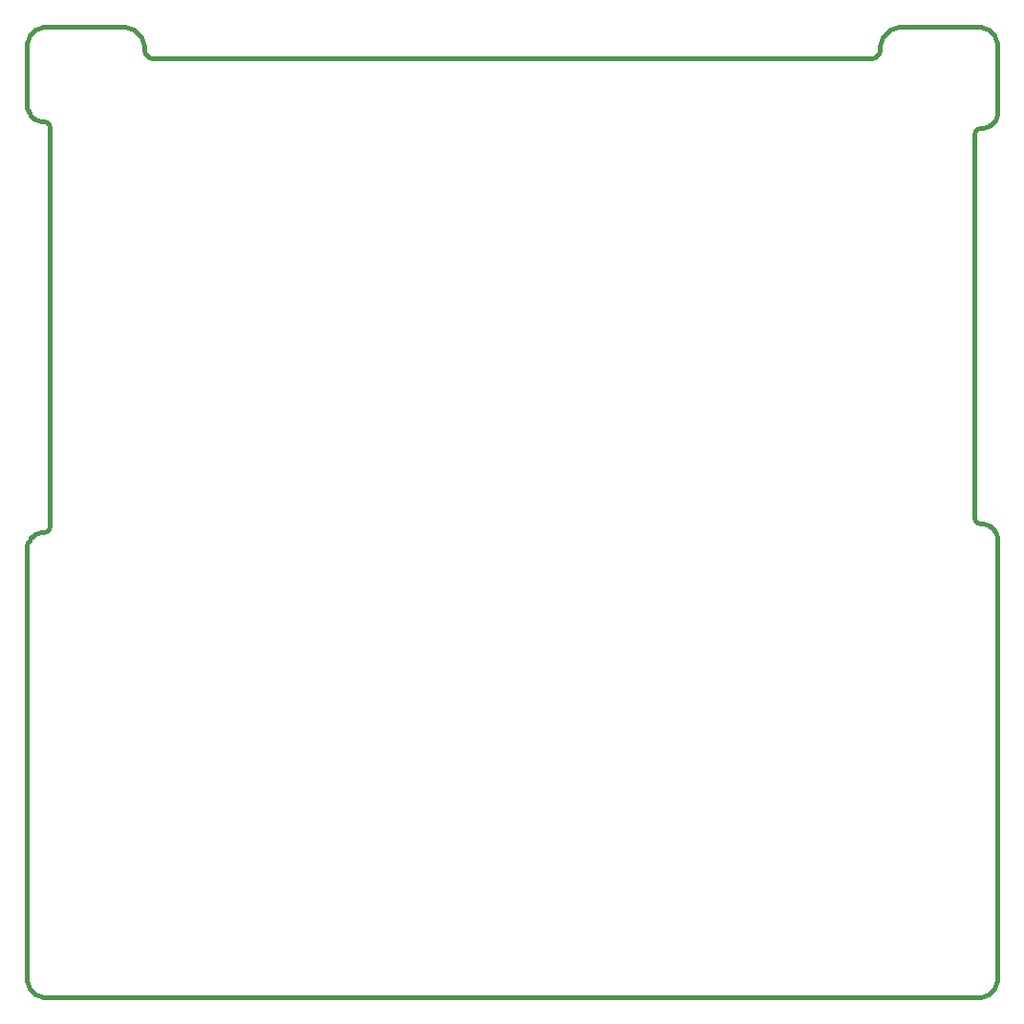
<source format=gbr>
G04*
G04 #@! TF.GenerationSoftware,Altium Limited,Altium Designer,24.1.2 (44)*
G04*
G04 Layer_Color=16711935*
%FSLAX44Y44*%
%MOMM*%
G71*
G04*
G04 #@! TF.SameCoordinates,14EC1D3F-8ED5-41FF-9881-AC4D2EF9915D*
G04*
G04*
G04 #@! TF.FilePolarity,Positive*
G04*
G01*
G75*
%ADD115C,0.4460*%
D115*
X855000Y838000D02*
X854827Y840419D01*
X854311Y842789D01*
X853464Y845062D01*
X852301Y847191D01*
X850848Y849133D01*
X849133Y850848D01*
X847191Y852301D01*
X845062Y853464D01*
X842789Y854311D01*
X840419Y854827D01*
X838000Y855000D01*
X99000Y836000D02*
X99307Y833671D01*
X100206Y831500D01*
X101636Y829636D01*
X103500Y828206D01*
X105671Y827307D01*
X108000Y827000D01*
X10000Y407430D02*
X12500Y408100D01*
X14330Y409930D01*
X15000Y412430D01*
X855000Y400000D02*
X854772Y402605D01*
X854095Y405130D01*
X852990Y407500D01*
X851491Y409642D01*
X849642Y411491D01*
X847500Y412990D01*
X845130Y414095D01*
X842605Y414772D01*
X840000Y415000D01*
X-5000Y786130D02*
X-4772Y783525D01*
X-4095Y781000D01*
X-2990Y778630D01*
X-1491Y776488D01*
X358Y774639D01*
X2500Y773140D01*
X4870Y772035D01*
X7395Y771358D01*
X10000Y771130D01*
X770000Y855000D02*
X767522Y854838D01*
X765085Y854353D01*
X762733Y853556D01*
X760505Y852458D01*
X758440Y851078D01*
X756572Y849442D01*
X754933Y847575D01*
X753552Y845511D01*
X752452Y843284D01*
X751651Y840932D01*
X751165Y838497D01*
X751000Y836019D01*
X840001Y765000D02*
X842606Y765228D01*
X845131Y765905D01*
X847501Y767010D01*
X849643Y768509D01*
X851492Y770358D01*
X852991Y772500D01*
X854096Y774870D01*
X854773Y777395D01*
X855001Y780000D01*
X99000Y836019D02*
X98835Y838497D01*
X98349Y840932D01*
X97548Y843284D01*
X96448Y845511D01*
X95067Y847575D01*
X93428Y849442D01*
X91560Y851078D01*
X89495Y852458D01*
X87267Y853556D01*
X84915Y854353D01*
X82479Y854838D01*
X80000Y855000D01*
X839990Y765000D02*
X837495Y764326D01*
X835669Y762497D01*
X835001Y760000D01*
X835000Y420000D02*
X835670Y417500D01*
X837500Y415670D01*
X840000Y415000D01*
X10000Y407430D02*
X7397Y407202D01*
X4874Y406527D01*
X2506Y405424D01*
X365Y403926D01*
X-1484Y402080D01*
X-2984Y399941D01*
X-4090Y397575D01*
X-4769Y395052D01*
X-5000Y392449D01*
X11981Y855000D02*
X9564Y854825D01*
X7196Y854307D01*
X4925Y853458D01*
X2799Y852295D01*
X860Y850841D01*
X-853Y849126D01*
X-2305Y847185D01*
X-3466Y845057D01*
X-4312Y842786D01*
X-4827Y840418D01*
X-5000Y838000D01*
X838027Y-5000D02*
X840443Y-4823D01*
X842811Y-4305D01*
X845080Y-3456D01*
X847205Y-2292D01*
X849144Y-838D01*
X850856Y877D01*
X852307Y2817D01*
X853467Y4945D01*
X854313Y7215D01*
X854827Y9583D01*
X855000Y12000D01*
X742000Y827000D02*
X744329Y827307D01*
X746500Y828206D01*
X748364Y829636D01*
X749794Y831500D01*
X750693Y833671D01*
X751000Y836000D01*
X15000Y766130D02*
X14330Y768630D01*
X12500Y770460D01*
X10000Y771130D01*
X-5000Y11973D02*
X-4823Y9556D01*
X-4305Y7189D01*
X-3456Y4920D01*
X-2292Y2795D01*
X-838Y856D01*
X877Y-856D01*
X2817Y-2307D01*
X4945Y-3467D01*
X7215Y-4313D01*
X9583Y-4827D01*
X12000Y-5000D01*
X108000Y827000D02*
X742000D01*
X-5000Y12000D02*
X-5000Y392430D01*
X835000Y420000D02*
Y759903D01*
X12016Y-5000D02*
X838000Y-5000D01*
X12000Y855000D02*
X79977Y855000D01*
X855000Y12016D02*
X855000Y400000D01*
X15000Y412430D02*
Y766130D01*
X770000Y855000D02*
X838000D01*
X-5000Y786130D02*
Y838000D01*
X855000Y780099D02*
Y838000D01*
M02*

</source>
